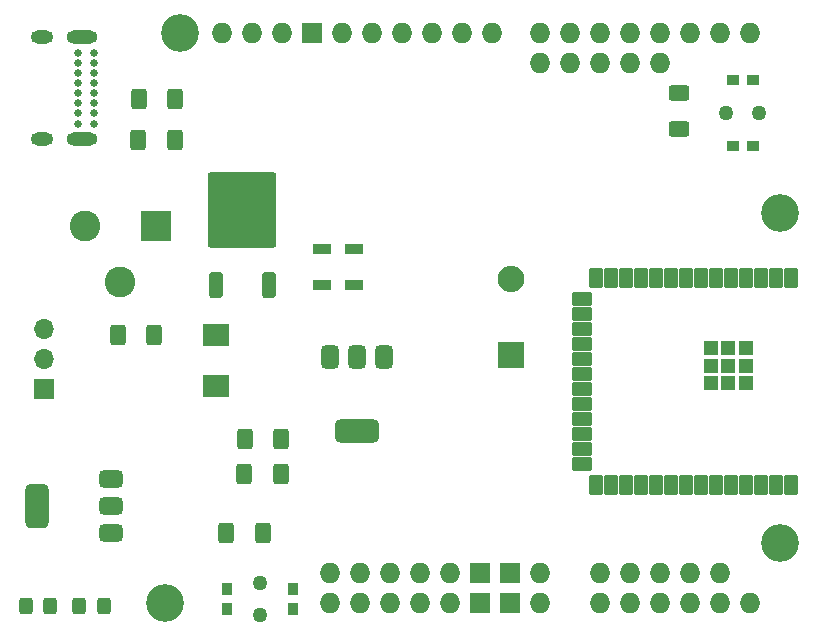
<source format=gbr>
%TF.GenerationSoftware,KiCad,Pcbnew,8.0.5*%
%TF.CreationDate,2024-10-15T22:54:43-04:00*%
%TF.ProjectId,ESP32-Uno-Board-v2,45535033-322d-4556-9e6f-2d426f617264,rev?*%
%TF.SameCoordinates,Original*%
%TF.FileFunction,Soldermask,Top*%
%TF.FilePolarity,Negative*%
%FSLAX46Y46*%
G04 Gerber Fmt 4.6, Leading zero omitted, Abs format (unit mm)*
G04 Created by KiCad (PCBNEW 8.0.5) date 2024-10-15 22:54:43*
%MOMM*%
%LPD*%
G01*
G04 APERTURE LIST*
G04 Aperture macros list*
%AMRoundRect*
0 Rectangle with rounded corners*
0 $1 Rounding radius*
0 $2 $3 $4 $5 $6 $7 $8 $9 X,Y pos of 4 corners*
0 Add a 4 corners polygon primitive as box body*
4,1,4,$2,$3,$4,$5,$6,$7,$8,$9,$2,$3,0*
0 Add four circle primitives for the rounded corners*
1,1,$1+$1,$2,$3*
1,1,$1+$1,$4,$5*
1,1,$1+$1,$6,$7*
1,1,$1+$1,$8,$9*
0 Add four rect primitives between the rounded corners*
20,1,$1+$1,$2,$3,$4,$5,0*
20,1,$1+$1,$4,$5,$6,$7,0*
20,1,$1+$1,$6,$7,$8,$9,0*
20,1,$1+$1,$8,$9,$2,$3,0*%
G04 Aperture macros list end*
%ADD10RoundRect,0.375000X-0.375000X0.625000X-0.375000X-0.625000X0.375000X-0.625000X0.375000X0.625000X0*%
%ADD11RoundRect,0.500000X-1.400000X0.500000X-1.400000X-0.500000X1.400000X-0.500000X1.400000X0.500000X0*%
%ADD12RoundRect,0.375000X0.625000X0.375000X-0.625000X0.375000X-0.625000X-0.375000X0.625000X-0.375000X0*%
%ADD13RoundRect,0.500000X0.500000X1.400000X-0.500000X1.400000X-0.500000X-1.400000X0.500000X-1.400000X0*%
%ADD14RoundRect,0.250000X0.350000X-0.850000X0.350000X0.850000X-0.350000X0.850000X-0.350000X-0.850000X0*%
%ADD15RoundRect,0.249997X2.650003X-2.950003X2.650003X2.950003X-2.650003X2.950003X-2.650003X-2.950003X0*%
%ADD16R,1.600000X0.855600*%
%ADD17RoundRect,0.250000X0.400000X0.625000X-0.400000X0.625000X-0.400000X-0.625000X0.400000X-0.625000X0*%
%ADD18R,2.250000X2.250000*%
%ADD19O,2.250000X2.250000*%
%ADD20RoundRect,0.250000X0.625000X-0.400000X0.625000X0.400000X-0.625000X0.400000X-0.625000X-0.400000X0*%
%ADD21C,3.200000*%
%ADD22O,1.727200X1.727200*%
%ADD23R,1.727200X1.727200*%
%ADD24R,0.990600X0.838200*%
%ADD25C,1.270000*%
%ADD26R,0.838200X0.990600*%
%ADD27RoundRect,0.250000X-0.400000X-0.625000X0.400000X-0.625000X0.400000X0.625000X-0.400000X0.625000X0*%
%ADD28R,1.700000X1.700000*%
%ADD29O,1.700000X1.700000*%
%ADD30RoundRect,0.250000X-0.325000X-0.450000X0.325000X-0.450000X0.325000X0.450000X-0.325000X0.450000X0*%
%ADD31RoundRect,0.102000X-0.450000X0.750000X-0.450000X-0.750000X0.450000X-0.750000X0.450000X0.750000X0*%
%ADD32RoundRect,0.102000X-0.750000X0.450000X-0.750000X-0.450000X0.750000X-0.450000X0.750000X0.450000X0*%
%ADD33RoundRect,0.102000X-0.500000X0.500000X-0.500000X-0.500000X0.500000X-0.500000X0.500000X0.500000X0*%
%ADD34R,2.600000X2.600000*%
%ADD35C,2.600000*%
%ADD36C,0.660400*%
%ADD37O,1.905000X1.117600*%
%ADD38O,2.616200X1.117600*%
%ADD39R,2.260600X1.879600*%
G04 APERTURE END LIST*
D10*
%TO.C,U3*%
X142550000Y-129350000D03*
X140250000Y-129350000D03*
X137950000Y-129350000D03*
D11*
X140250000Y-135650000D03*
%TD*%
D12*
%TO.C,U2*%
X119400000Y-144300000D03*
X119400000Y-142000000D03*
X119400000Y-139700000D03*
D13*
X113100000Y-142000000D03*
%TD*%
D14*
%TO.C,Q1*%
X128250000Y-123250000D03*
D15*
X130530000Y-116950000D03*
D14*
X132810000Y-123250000D03*
%TD*%
D16*
%TO.C,C2*%
X137250000Y-123277801D03*
X137250000Y-120222199D03*
%TD*%
D17*
%TO.C,R6*%
X133750000Y-139250000D03*
X130650000Y-139250000D03*
%TD*%
D18*
%TO.C,SW2*%
X153250000Y-129250000D03*
D19*
X153250000Y-122750000D03*
%TD*%
D20*
%TO.C,R5*%
X167500000Y-110100000D03*
X167500000Y-107000000D03*
%TD*%
D21*
%TO.C,A2*%
X123970000Y-150250000D03*
X125240000Y-101990000D03*
X176040000Y-117230000D03*
X176040000Y-145170000D03*
D22*
X145560000Y-147710000D03*
X145560000Y-150250000D03*
X148100000Y-147710000D03*
X148100000Y-150250000D03*
X160800000Y-150250000D03*
X163340000Y-150250000D03*
X165880000Y-150250000D03*
X168420000Y-150250000D03*
X170960000Y-150250000D03*
X173500000Y-150250000D03*
X133876000Y-101990000D03*
X137940000Y-150250000D03*
X173500000Y-101990000D03*
X170960000Y-101990000D03*
X168420000Y-101990000D03*
X165880000Y-101990000D03*
X163340000Y-101990000D03*
X160800000Y-101990000D03*
X158260000Y-101990000D03*
X155720000Y-101990000D03*
X151656000Y-101990000D03*
X149116000Y-101990000D03*
X146576000Y-101990000D03*
X144036000Y-101990000D03*
X141496000Y-101990000D03*
X138956000Y-101990000D03*
X165880000Y-104530000D03*
X163340000Y-104530000D03*
X160800000Y-104530000D03*
X158260000Y-104530000D03*
X155720000Y-104530000D03*
X170960000Y-147710000D03*
X168420000Y-147710000D03*
X165880000Y-147710000D03*
X163340000Y-147710000D03*
X160800000Y-147710000D03*
D23*
X136416000Y-101990000D03*
X150640000Y-150250000D03*
X153180000Y-150250000D03*
X150640000Y-147710000D03*
X153180000Y-147710000D03*
D22*
X140480000Y-150250000D03*
X143020000Y-147710000D03*
X140480000Y-147710000D03*
X137940000Y-147710000D03*
X143020000Y-150250000D03*
X128796000Y-101990000D03*
X131336000Y-101990000D03*
X155720000Y-147710000D03*
X155720000Y-150250000D03*
%TD*%
D24*
%TO.C,BTN2*%
X172024998Y-111549999D03*
X172024998Y-105950001D03*
X173725000Y-111549999D03*
X173725000Y-105950001D03*
D25*
X171499998Y-108750000D03*
X174250000Y-108750000D03*
%TD*%
D17*
%TO.C,R7*%
X133830000Y-136335000D03*
X130730000Y-136335000D03*
%TD*%
D26*
%TO.C,SW4*%
X129200001Y-149024998D03*
X134799999Y-149024998D03*
X129200001Y-150725000D03*
X134799999Y-150725000D03*
D25*
X132000000Y-148499998D03*
X132000000Y-151250000D03*
%TD*%
D27*
%TO.C,R1*%
X121750000Y-107500000D03*
X124850000Y-107500000D03*
%TD*%
D28*
%TO.C,SW1*%
X113750000Y-132080000D03*
D29*
X113750000Y-129540000D03*
X113750000Y-127000000D03*
%TD*%
D30*
%TO.C,D2*%
X116725000Y-150500000D03*
X118775000Y-150500000D03*
%TD*%
%TO.C,D3*%
X112225000Y-150500000D03*
X114275000Y-150500000D03*
%TD*%
D31*
%TO.C,U1*%
X177010000Y-122735000D03*
X175740000Y-122735000D03*
X174470000Y-122735000D03*
X173200000Y-122735000D03*
X171930000Y-122735000D03*
X170660000Y-122735000D03*
X169390000Y-122735000D03*
X168120000Y-122735000D03*
X166850000Y-122735000D03*
X165580000Y-122735000D03*
X164310000Y-122735000D03*
X163040000Y-122735000D03*
X161770000Y-122735000D03*
X160500000Y-122735000D03*
D32*
X159250000Y-124500000D03*
X159250000Y-125770000D03*
X159250000Y-127040000D03*
X159250000Y-128310000D03*
X159250000Y-129580000D03*
X159250000Y-130850000D03*
X159250000Y-132120000D03*
X159250000Y-133390000D03*
X159250000Y-134660000D03*
X159250000Y-135930000D03*
X159250000Y-137200000D03*
X159250000Y-138470000D03*
D31*
X160500000Y-140235000D03*
X161770000Y-140235000D03*
X163040000Y-140235000D03*
X164310000Y-140235000D03*
X165580000Y-140235000D03*
X166850000Y-140235000D03*
X168120000Y-140235000D03*
X169390000Y-140235000D03*
X170660000Y-140235000D03*
X171930000Y-140235000D03*
X173200000Y-140235000D03*
X174470000Y-140235000D03*
X175740000Y-140235000D03*
X177010000Y-140235000D03*
D33*
X171660000Y-130125000D03*
X171660000Y-128625000D03*
X171660000Y-131625000D03*
X170160000Y-128625000D03*
X170160000Y-130125000D03*
X170160000Y-131625000D03*
X173160000Y-128625000D03*
X173160000Y-130125000D03*
X173160000Y-131625000D03*
%TD*%
D27*
%TO.C,R4*%
X129150000Y-144250000D03*
X132250000Y-144250000D03*
%TD*%
D34*
%TO.C,J2*%
X123200000Y-118310000D03*
D35*
X117200000Y-118310000D03*
X120200000Y-123010000D03*
%TD*%
D16*
%TO.C,C3*%
X140000000Y-120222199D03*
X140000000Y-123277801D03*
%TD*%
D27*
%TO.C,R2*%
X121700000Y-111000000D03*
X124800000Y-111000000D03*
%TD*%
D17*
%TO.C,R3*%
X123050000Y-127500000D03*
X119950000Y-127500000D03*
%TD*%
D36*
%TO.C,J1*%
X117917566Y-103664444D03*
X117917566Y-104514445D03*
X117917566Y-105364443D03*
X117917566Y-106214444D03*
X117917566Y-107064445D03*
X117917566Y-107914446D03*
X117917566Y-108764444D03*
X117917566Y-109614445D03*
X116567566Y-109614445D03*
X116567566Y-108764444D03*
X116567566Y-107914446D03*
X116567566Y-107064445D03*
X116567566Y-106214444D03*
X116567566Y-105364443D03*
X116567566Y-104514445D03*
X116567566Y-103664444D03*
D37*
X113552566Y-102314459D03*
X113552566Y-110964429D03*
D38*
X116937565Y-102314444D03*
X116937566Y-110964429D03*
%TD*%
D39*
%TO.C,D1*%
X128250000Y-131803400D03*
X128250000Y-127485400D03*
%TD*%
M02*

</source>
